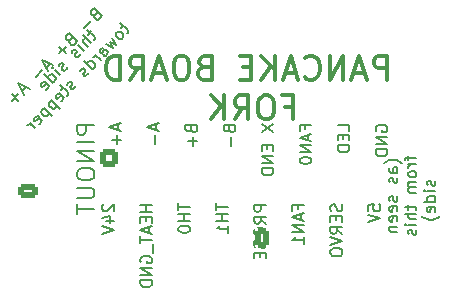
<source format=gbr>
%TF.GenerationSoftware,KiCad,Pcbnew,(6.0.1)*%
%TF.CreationDate,2022-03-14T16:44:18+09:00*%
%TF.ProjectId,v0_miniAB_pancake_board,76305f6d-696e-4694-9142-5f70616e6361,rev?*%
%TF.SameCoordinates,Original*%
%TF.FileFunction,Legend,Bot*%
%TF.FilePolarity,Positive*%
%FSLAX46Y46*%
G04 Gerber Fmt 4.6, Leading zero omitted, Abs format (unit mm)*
G04 Created by KiCad (PCBNEW (6.0.1)) date 2022-03-14 16:44:18*
%MOMM*%
%LPD*%
G01*
G04 APERTURE LIST*
G04 Aperture macros list*
%AMRoundRect*
0 Rectangle with rounded corners*
0 $1 Rounding radius*
0 $2 $3 $4 $5 $6 $7 $8 $9 X,Y pos of 4 corners*
0 Add a 4 corners polygon primitive as box body*
4,1,4,$2,$3,$4,$5,$6,$7,$8,$9,$2,$3,0*
0 Add four circle primitives for the rounded corners*
1,1,$1+$1,$2,$3*
1,1,$1+$1,$4,$5*
1,1,$1+$1,$6,$7*
1,1,$1+$1,$8,$9*
0 Add four rect primitives between the rounded corners*
20,1,$1+$1,$2,$3,$4,$5,0*
20,1,$1+$1,$4,$5,$6,$7,0*
20,1,$1+$1,$6,$7,$8,$9,0*
20,1,$1+$1,$8,$9,$2,$3,0*%
%AMHorizOval*
0 Thick line with rounded ends*
0 $1 width*
0 $2 $3 position (X,Y) of the first rounded end (center of the circle)*
0 $4 $5 position (X,Y) of the second rounded end (center of the circle)*
0 Add line between two ends*
20,1,$1,$2,$3,$4,$5,0*
0 Add two circle primitives to create the rounded ends*
1,1,$1,$2,$3*
1,1,$1,$4,$5*%
G04 Aperture macros list end*
%ADD10C,0.300000*%
%ADD11C,0.150000*%
%ADD12C,0.013229*%
%ADD13RoundRect,0.249999X-0.194454X0.689431X-0.689431X0.194454X0.194454X-0.689431X0.689431X-0.194454X0*%
%ADD14HorizOval,1.200000X-0.194454X0.194454X0.194454X-0.194454X0*%
%ADD15C,3.000000*%
%ADD16RoundRect,0.250001X0.835277X-0.360430X0.661629X0.624375X-0.835277X0.360430X-0.661629X-0.624375X0*%
%ADD17HorizOval,1.500000X0.256050X0.045149X-0.256050X-0.045149X0*%
%ADD18RoundRect,0.249999X-0.676283X0.236153X-0.554729X-0.453214X0.676283X-0.236153X0.554729X0.453214X0*%
%ADD19HorizOval,1.200000X-0.270822X-0.047753X0.270822X0.047753X0*%
%ADD20RoundRect,0.249999X-0.554729X0.453214X-0.676283X-0.236153X0.554729X-0.453214X0.676283X0.236153X0*%
%ADD21HorizOval,1.200000X-0.270822X0.047753X0.270822X-0.047753X0*%
%ADD22RoundRect,0.249999X0.676283X-0.236153X0.554729X0.453214X-0.676283X0.236153X-0.554729X-0.453214X0*%
%ADD23HorizOval,1.200000X0.270822X0.047753X-0.270822X-0.047753X0*%
%ADD24R,1.350000X1.350000*%
%ADD25O,1.350000X1.350000*%
%ADD26RoundRect,0.250000X0.071782X-0.712722X0.645188X-0.311218X-0.071782X0.712722X-0.645188X0.311218X0*%
%ADD27HorizOval,1.200000X-0.157734X0.225267X0.157734X-0.225267X0*%
%ADD28R,1.700000X1.700000*%
%ADD29O,1.700000X1.700000*%
%ADD30C,5.000000*%
%ADD31RoundRect,0.250000X0.350000X0.625000X-0.350000X0.625000X-0.350000X-0.625000X0.350000X-0.625000X0*%
%ADD32O,1.200000X1.750000*%
%ADD33RoundRect,0.250000X0.625000X-0.350000X0.625000X0.350000X-0.625000X0.350000X-0.625000X-0.350000X0*%
%ADD34O,1.750000X1.200000*%
%ADD35RoundRect,0.250001X-0.499999X-0.499999X0.499999X-0.499999X0.499999X0.499999X-0.499999X0.499999X0*%
%ADD36C,1.500000*%
G04 APERTURE END LIST*
D10*
X105371352Y-92593715D02*
X106038019Y-92593715D01*
X106038019Y-93641334D02*
X106038019Y-91641334D01*
X105085638Y-91641334D01*
X103942781Y-91641334D02*
X103561828Y-91641334D01*
X103371352Y-91736573D01*
X103180876Y-91927049D01*
X103085638Y-92308001D01*
X103085638Y-92974668D01*
X103180876Y-93355620D01*
X103371352Y-93546096D01*
X103561828Y-93641334D01*
X103942781Y-93641334D01*
X104133257Y-93546096D01*
X104323733Y-93355620D01*
X104418971Y-92974668D01*
X104418971Y-92308001D01*
X104323733Y-91927049D01*
X104133257Y-91736573D01*
X103942781Y-91641334D01*
X101085638Y-93641334D02*
X101752305Y-92688953D01*
X102228495Y-93641334D02*
X102228495Y-91641334D01*
X101466590Y-91641334D01*
X101276114Y-91736573D01*
X101180876Y-91831811D01*
X101085638Y-92022287D01*
X101085638Y-92308001D01*
X101180876Y-92498477D01*
X101276114Y-92593715D01*
X101466590Y-92688953D01*
X102228495Y-92688953D01*
X100228495Y-93641334D02*
X100228495Y-91641334D01*
X99085638Y-93641334D02*
X99942781Y-92498477D01*
X99085638Y-91641334D02*
X100228495Y-92784192D01*
X114015942Y-90312761D02*
X114015942Y-88312761D01*
X113254038Y-88312761D01*
X113063561Y-88408000D01*
X112968323Y-88503238D01*
X112873085Y-88693714D01*
X112873085Y-88979428D01*
X112968323Y-89169904D01*
X113063561Y-89265142D01*
X113254038Y-89360380D01*
X114015942Y-89360380D01*
X112111180Y-89741333D02*
X111158800Y-89741333D01*
X112301657Y-90312761D02*
X111634990Y-88312761D01*
X110968323Y-90312761D01*
X110301657Y-90312761D02*
X110301657Y-88312761D01*
X109158800Y-90312761D01*
X109158800Y-88312761D01*
X107063561Y-90122285D02*
X107158800Y-90217523D01*
X107444514Y-90312761D01*
X107634990Y-90312761D01*
X107920704Y-90217523D01*
X108111180Y-90027047D01*
X108206419Y-89836571D01*
X108301657Y-89455619D01*
X108301657Y-89169904D01*
X108206419Y-88788952D01*
X108111180Y-88598476D01*
X107920704Y-88408000D01*
X107634990Y-88312761D01*
X107444514Y-88312761D01*
X107158800Y-88408000D01*
X107063561Y-88503238D01*
X106301657Y-89741333D02*
X105349276Y-89741333D01*
X106492133Y-90312761D02*
X105825466Y-88312761D01*
X105158800Y-90312761D01*
X104492133Y-90312761D02*
X104492133Y-88312761D01*
X103349276Y-90312761D02*
X104206419Y-89169904D01*
X103349276Y-88312761D02*
X104492133Y-89455619D01*
X102492133Y-89265142D02*
X101825466Y-89265142D01*
X101539752Y-90312761D02*
X102492133Y-90312761D01*
X102492133Y-88312761D01*
X101539752Y-88312761D01*
X98492133Y-89265142D02*
X98206419Y-89360380D01*
X98111180Y-89455619D01*
X98015942Y-89646095D01*
X98015942Y-89931809D01*
X98111180Y-90122285D01*
X98206419Y-90217523D01*
X98396895Y-90312761D01*
X99158800Y-90312761D01*
X99158800Y-88312761D01*
X98492133Y-88312761D01*
X98301657Y-88408000D01*
X98206419Y-88503238D01*
X98111180Y-88693714D01*
X98111180Y-88884190D01*
X98206419Y-89074666D01*
X98301657Y-89169904D01*
X98492133Y-89265142D01*
X99158800Y-89265142D01*
X96777847Y-88312761D02*
X96396895Y-88312761D01*
X96206419Y-88408000D01*
X96015942Y-88598476D01*
X95920704Y-88979428D01*
X95920704Y-89646095D01*
X96015942Y-90027047D01*
X96206419Y-90217523D01*
X96396895Y-90312761D01*
X96777847Y-90312761D01*
X96968323Y-90217523D01*
X97158800Y-90027047D01*
X97254038Y-89646095D01*
X97254038Y-88979428D01*
X97158800Y-88598476D01*
X96968323Y-88408000D01*
X96777847Y-88312761D01*
X95158800Y-89741333D02*
X94206419Y-89741333D01*
X95349276Y-90312761D02*
X94682609Y-88312761D01*
X94015942Y-90312761D01*
X92206419Y-90312761D02*
X92873085Y-89360380D01*
X93349276Y-90312761D02*
X93349276Y-88312761D01*
X92587371Y-88312761D01*
X92396895Y-88408000D01*
X92301657Y-88503238D01*
X92206419Y-88693714D01*
X92206419Y-88979428D01*
X92301657Y-89169904D01*
X92396895Y-89265142D01*
X92587371Y-89360380D01*
X93349276Y-89360380D01*
X91349276Y-90312761D02*
X91349276Y-88312761D01*
X90873085Y-88312761D01*
X90587371Y-88408000D01*
X90396895Y-88598476D01*
X90301657Y-88788952D01*
X90206419Y-89169904D01*
X90206419Y-89455619D01*
X90301657Y-89836571D01*
X90396895Y-90027047D01*
X90587371Y-90217523D01*
X90873085Y-90312761D01*
X91349276Y-90312761D01*
D11*
X91207866Y-94115576D02*
X91207866Y-94591766D01*
X91493580Y-94020338D02*
X90493580Y-94353671D01*
X91493580Y-94687004D01*
X91112628Y-95020338D02*
X91112628Y-95782242D01*
X91493580Y-95401290D02*
X90731676Y-95401290D01*
X94427866Y-94115576D02*
X94427866Y-94591766D01*
X94713580Y-94020338D02*
X93713580Y-94353671D01*
X94713580Y-94687004D01*
X94332628Y-95020338D02*
X94332628Y-95782242D01*
X97409771Y-94496528D02*
X97457390Y-94639385D01*
X97505009Y-94687004D01*
X97600247Y-94734623D01*
X97743104Y-94734623D01*
X97838342Y-94687004D01*
X97885961Y-94639385D01*
X97933580Y-94544147D01*
X97933580Y-94163195D01*
X96933580Y-94163195D01*
X96933580Y-94496528D01*
X96981200Y-94591766D01*
X97028819Y-94639385D01*
X97124057Y-94687004D01*
X97219295Y-94687004D01*
X97314533Y-94639385D01*
X97362152Y-94591766D01*
X97409771Y-94496528D01*
X97409771Y-94163195D01*
X97552628Y-95163195D02*
X97552628Y-95925100D01*
X97933580Y-95544147D02*
X97171676Y-95544147D01*
X100629771Y-94496528D02*
X100677390Y-94639385D01*
X100725009Y-94687004D01*
X100820247Y-94734623D01*
X100963104Y-94734623D01*
X101058342Y-94687004D01*
X101105961Y-94639385D01*
X101153580Y-94544147D01*
X101153580Y-94163195D01*
X100153580Y-94163195D01*
X100153580Y-94496528D01*
X100201200Y-94591766D01*
X100248819Y-94639385D01*
X100344057Y-94687004D01*
X100439295Y-94687004D01*
X100534533Y-94639385D01*
X100582152Y-94591766D01*
X100629771Y-94496528D01*
X100629771Y-94163195D01*
X100772628Y-95163195D02*
X100772628Y-95925100D01*
X103373580Y-94067957D02*
X104373580Y-94734623D01*
X103373580Y-94734623D02*
X104373580Y-94067957D01*
X103849771Y-95877480D02*
X103849771Y-96210814D01*
X104373580Y-96353671D02*
X104373580Y-95877480D01*
X103373580Y-95877480D01*
X103373580Y-96353671D01*
X104373580Y-96782242D02*
X103373580Y-96782242D01*
X104373580Y-97353671D01*
X103373580Y-97353671D01*
X104373580Y-97829861D02*
X103373580Y-97829861D01*
X103373580Y-98067957D01*
X103421200Y-98210814D01*
X103516438Y-98306052D01*
X103611676Y-98353671D01*
X103802152Y-98401290D01*
X103945009Y-98401290D01*
X104135485Y-98353671D01*
X104230723Y-98306052D01*
X104325961Y-98210814D01*
X104373580Y-98067957D01*
X104373580Y-97829861D01*
X107069771Y-94496528D02*
X107069771Y-94163195D01*
X107593580Y-94163195D02*
X106593580Y-94163195D01*
X106593580Y-94639385D01*
X107307866Y-94972719D02*
X107307866Y-95448909D01*
X107593580Y-94877480D02*
X106593580Y-95210814D01*
X107593580Y-95544147D01*
X107593580Y-95877480D02*
X106593580Y-95877480D01*
X107593580Y-96448909D01*
X106593580Y-96448909D01*
X106593580Y-97115576D02*
X106593580Y-97210814D01*
X106641200Y-97306052D01*
X106688819Y-97353671D01*
X106784057Y-97401290D01*
X106974533Y-97448909D01*
X107212628Y-97448909D01*
X107403104Y-97401290D01*
X107498342Y-97353671D01*
X107545961Y-97306052D01*
X107593580Y-97210814D01*
X107593580Y-97115576D01*
X107545961Y-97020338D01*
X107498342Y-96972719D01*
X107403104Y-96925100D01*
X107212628Y-96877480D01*
X106974533Y-96877480D01*
X106784057Y-96925100D01*
X106688819Y-96972719D01*
X106641200Y-97020338D01*
X106593580Y-97115576D01*
X110813580Y-94639385D02*
X110813580Y-94163195D01*
X109813580Y-94163195D01*
X110289771Y-94972719D02*
X110289771Y-95306052D01*
X110813580Y-95448909D02*
X110813580Y-94972719D01*
X109813580Y-94972719D01*
X109813580Y-95448909D01*
X110813580Y-95877480D02*
X109813580Y-95877480D01*
X109813580Y-96115576D01*
X109861200Y-96258433D01*
X109956438Y-96353671D01*
X110051676Y-96401290D01*
X110242152Y-96448909D01*
X110385009Y-96448909D01*
X110575485Y-96401290D01*
X110670723Y-96353671D01*
X110765961Y-96258433D01*
X110813580Y-96115576D01*
X110813580Y-95877480D01*
X113081200Y-94687004D02*
X113033580Y-94591766D01*
X113033580Y-94448909D01*
X113081200Y-94306052D01*
X113176438Y-94210814D01*
X113271676Y-94163195D01*
X113462152Y-94115576D01*
X113605009Y-94115576D01*
X113795485Y-94163195D01*
X113890723Y-94210814D01*
X113985961Y-94306052D01*
X114033580Y-94448909D01*
X114033580Y-94544147D01*
X113985961Y-94687004D01*
X113938342Y-94734623D01*
X113605009Y-94734623D01*
X113605009Y-94544147D01*
X114033580Y-95163195D02*
X113033580Y-95163195D01*
X114033580Y-95734623D01*
X113033580Y-95734623D01*
X114033580Y-96210814D02*
X113033580Y-96210814D01*
X113033580Y-96448909D01*
X113081200Y-96591766D01*
X113176438Y-96687004D01*
X113271676Y-96734623D01*
X113462152Y-96782242D01*
X113605009Y-96782242D01*
X113795485Y-96734623D01*
X113890723Y-96687004D01*
X113985961Y-96591766D01*
X114033580Y-96448909D01*
X114033580Y-96210814D01*
X89979219Y-100871976D02*
X89931600Y-100919595D01*
X89883980Y-101014833D01*
X89883980Y-101252928D01*
X89931600Y-101348166D01*
X89979219Y-101395785D01*
X90074457Y-101443404D01*
X90169695Y-101443404D01*
X90312552Y-101395785D01*
X90883980Y-100824357D01*
X90883980Y-101443404D01*
X90217314Y-102300547D02*
X90883980Y-102300547D01*
X89836361Y-102062452D02*
X90550647Y-101824357D01*
X90550647Y-102443404D01*
X89883980Y-102681500D02*
X90883980Y-103014833D01*
X89883980Y-103348166D01*
X94103980Y-100919595D02*
X93103980Y-100919595D01*
X93580171Y-100919595D02*
X93580171Y-101491023D01*
X94103980Y-101491023D02*
X93103980Y-101491023D01*
X93580171Y-101967214D02*
X93580171Y-102300547D01*
X94103980Y-102443404D02*
X94103980Y-101967214D01*
X93103980Y-101967214D01*
X93103980Y-102443404D01*
X93818266Y-102824357D02*
X93818266Y-103300547D01*
X94103980Y-102729119D02*
X93103980Y-103062452D01*
X94103980Y-103395785D01*
X93103980Y-103586261D02*
X93103980Y-104157690D01*
X94103980Y-103871976D02*
X93103980Y-103871976D01*
X94199219Y-104252928D02*
X94199219Y-105014833D01*
X93151600Y-105776738D02*
X93103980Y-105681500D01*
X93103980Y-105538642D01*
X93151600Y-105395785D01*
X93246838Y-105300547D01*
X93342076Y-105252928D01*
X93532552Y-105205309D01*
X93675409Y-105205309D01*
X93865885Y-105252928D01*
X93961123Y-105300547D01*
X94056361Y-105395785D01*
X94103980Y-105538642D01*
X94103980Y-105633880D01*
X94056361Y-105776738D01*
X94008742Y-105824357D01*
X93675409Y-105824357D01*
X93675409Y-105633880D01*
X94103980Y-106252928D02*
X93103980Y-106252928D01*
X94103980Y-106824357D01*
X93103980Y-106824357D01*
X94103980Y-107300547D02*
X93103980Y-107300547D01*
X93103980Y-107538642D01*
X93151600Y-107681500D01*
X93246838Y-107776738D01*
X93342076Y-107824357D01*
X93532552Y-107871976D01*
X93675409Y-107871976D01*
X93865885Y-107824357D01*
X93961123Y-107776738D01*
X94056361Y-107681500D01*
X94103980Y-107538642D01*
X94103980Y-107300547D01*
X96323980Y-100776738D02*
X96323980Y-101348166D01*
X97323980Y-101062452D02*
X96323980Y-101062452D01*
X97323980Y-101681500D02*
X96323980Y-101681500D01*
X96800171Y-101681500D02*
X96800171Y-102252928D01*
X97323980Y-102252928D02*
X96323980Y-102252928D01*
X96323980Y-102919595D02*
X96323980Y-103014833D01*
X96371600Y-103110071D01*
X96419219Y-103157690D01*
X96514457Y-103205309D01*
X96704933Y-103252928D01*
X96943028Y-103252928D01*
X97133504Y-103205309D01*
X97228742Y-103157690D01*
X97276361Y-103110071D01*
X97323980Y-103014833D01*
X97323980Y-102919595D01*
X97276361Y-102824357D01*
X97228742Y-102776738D01*
X97133504Y-102729119D01*
X96943028Y-102681500D01*
X96704933Y-102681500D01*
X96514457Y-102729119D01*
X96419219Y-102776738D01*
X96371600Y-102824357D01*
X96323980Y-102919595D01*
X99543980Y-100776738D02*
X99543980Y-101348166D01*
X100543980Y-101062452D02*
X99543980Y-101062452D01*
X100543980Y-101681500D02*
X99543980Y-101681500D01*
X100020171Y-101681500D02*
X100020171Y-102252928D01*
X100543980Y-102252928D02*
X99543980Y-102252928D01*
X100543980Y-103252928D02*
X100543980Y-102681500D01*
X100543980Y-102967214D02*
X99543980Y-102967214D01*
X99686838Y-102871976D01*
X99782076Y-102776738D01*
X99829695Y-102681500D01*
X103763980Y-100919595D02*
X102763980Y-100919595D01*
X102763980Y-101300547D01*
X102811600Y-101395785D01*
X102859219Y-101443404D01*
X102954457Y-101491023D01*
X103097314Y-101491023D01*
X103192552Y-101443404D01*
X103240171Y-101395785D01*
X103287790Y-101300547D01*
X103287790Y-100919595D01*
X103763980Y-102491023D02*
X103287790Y-102157690D01*
X103763980Y-101919595D02*
X102763980Y-101919595D01*
X102763980Y-102300547D01*
X102811600Y-102395785D01*
X102859219Y-102443404D01*
X102954457Y-102491023D01*
X103097314Y-102491023D01*
X103192552Y-102443404D01*
X103240171Y-102395785D01*
X103287790Y-102300547D01*
X103287790Y-101919595D01*
X102763980Y-103110071D02*
X102763980Y-103300547D01*
X102811600Y-103395785D01*
X102906838Y-103491023D01*
X103097314Y-103538642D01*
X103430647Y-103538642D01*
X103621123Y-103491023D01*
X103716361Y-103395785D01*
X103763980Y-103300547D01*
X103763980Y-103110071D01*
X103716361Y-103014833D01*
X103621123Y-102919595D01*
X103430647Y-102871976D01*
X103097314Y-102871976D01*
X102906838Y-102919595D01*
X102811600Y-103014833D01*
X102763980Y-103110071D01*
X103240171Y-104300547D02*
X103287790Y-104443404D01*
X103335409Y-104491023D01*
X103430647Y-104538642D01*
X103573504Y-104538642D01*
X103668742Y-104491023D01*
X103716361Y-104443404D01*
X103763980Y-104348166D01*
X103763980Y-103967214D01*
X102763980Y-103967214D01*
X102763980Y-104300547D01*
X102811600Y-104395785D01*
X102859219Y-104443404D01*
X102954457Y-104491023D01*
X103049695Y-104491023D01*
X103144933Y-104443404D01*
X103192552Y-104395785D01*
X103240171Y-104300547D01*
X103240171Y-103967214D01*
X103240171Y-104967214D02*
X103240171Y-105300547D01*
X103763980Y-105443404D02*
X103763980Y-104967214D01*
X102763980Y-104967214D01*
X102763980Y-105443404D01*
X106460171Y-101252928D02*
X106460171Y-100919595D01*
X106983980Y-100919595D02*
X105983980Y-100919595D01*
X105983980Y-101395785D01*
X106698266Y-101729119D02*
X106698266Y-102205309D01*
X106983980Y-101633880D02*
X105983980Y-101967214D01*
X106983980Y-102300547D01*
X106983980Y-102633880D02*
X105983980Y-102633880D01*
X106983980Y-103205309D01*
X105983980Y-103205309D01*
X106983980Y-104205309D02*
X106983980Y-103633880D01*
X106983980Y-103919595D02*
X105983980Y-103919595D01*
X106126838Y-103824357D01*
X106222076Y-103729119D01*
X106269695Y-103633880D01*
X110156361Y-100871976D02*
X110203980Y-101014833D01*
X110203980Y-101252928D01*
X110156361Y-101348166D01*
X110108742Y-101395785D01*
X110013504Y-101443404D01*
X109918266Y-101443404D01*
X109823028Y-101395785D01*
X109775409Y-101348166D01*
X109727790Y-101252928D01*
X109680171Y-101062452D01*
X109632552Y-100967214D01*
X109584933Y-100919595D01*
X109489695Y-100871976D01*
X109394457Y-100871976D01*
X109299219Y-100919595D01*
X109251600Y-100967214D01*
X109203980Y-101062452D01*
X109203980Y-101300547D01*
X109251600Y-101443404D01*
X109680171Y-101871976D02*
X109680171Y-102205309D01*
X110203980Y-102348166D02*
X110203980Y-101871976D01*
X109203980Y-101871976D01*
X109203980Y-102348166D01*
X110203980Y-103348166D02*
X109727790Y-103014833D01*
X110203980Y-102776738D02*
X109203980Y-102776738D01*
X109203980Y-103157690D01*
X109251600Y-103252928D01*
X109299219Y-103300547D01*
X109394457Y-103348166D01*
X109537314Y-103348166D01*
X109632552Y-103300547D01*
X109680171Y-103252928D01*
X109727790Y-103157690D01*
X109727790Y-102776738D01*
X109203980Y-103633880D02*
X110203980Y-103967214D01*
X109203980Y-104300547D01*
X109203980Y-104824357D02*
X109203980Y-105014833D01*
X109251600Y-105110071D01*
X109346838Y-105205309D01*
X109537314Y-105252928D01*
X109870647Y-105252928D01*
X110061123Y-105205309D01*
X110156361Y-105110071D01*
X110203980Y-105014833D01*
X110203980Y-104824357D01*
X110156361Y-104729119D01*
X110061123Y-104633880D01*
X109870647Y-104586261D01*
X109537314Y-104586261D01*
X109346838Y-104633880D01*
X109251600Y-104729119D01*
X109203980Y-104824357D01*
X112423980Y-101395785D02*
X112423980Y-100919595D01*
X112900171Y-100871976D01*
X112852552Y-100919595D01*
X112804933Y-101014833D01*
X112804933Y-101252928D01*
X112852552Y-101348166D01*
X112900171Y-101395785D01*
X112995409Y-101443404D01*
X113233504Y-101443404D01*
X113328742Y-101395785D01*
X113376361Y-101348166D01*
X113423980Y-101252928D01*
X113423980Y-101014833D01*
X113376361Y-100919595D01*
X113328742Y-100871976D01*
X112423980Y-101729119D02*
X113423980Y-102062452D01*
X112423980Y-102395785D01*
X89285682Y-84809301D02*
X89218339Y-84943988D01*
X89218339Y-85011332D01*
X89252011Y-85112347D01*
X89353026Y-85213362D01*
X89454041Y-85247034D01*
X89521385Y-85247034D01*
X89622400Y-85213362D01*
X89891774Y-84943988D01*
X89184667Y-84236882D01*
X88948965Y-84472584D01*
X88915293Y-84573599D01*
X88915293Y-84640943D01*
X88948965Y-84741958D01*
X89016308Y-84809301D01*
X89117324Y-84842973D01*
X89184667Y-84842973D01*
X89285682Y-84809301D01*
X89521385Y-84573599D01*
X88915293Y-85381721D02*
X88376545Y-85920469D01*
X87164362Y-86930622D02*
X87097018Y-87065309D01*
X87097018Y-87132652D01*
X87130690Y-87233668D01*
X87231705Y-87334683D01*
X87332721Y-87368355D01*
X87400064Y-87368355D01*
X87501079Y-87334683D01*
X87770453Y-87065309D01*
X87063347Y-86358202D01*
X86827644Y-86593904D01*
X86793973Y-86694920D01*
X86793973Y-86762263D01*
X86827644Y-86863278D01*
X86894988Y-86930622D01*
X86996003Y-86964294D01*
X87063347Y-86964294D01*
X87164362Y-86930622D01*
X87400064Y-86694920D01*
X86793973Y-87503042D02*
X86255225Y-88041790D01*
X86793973Y-88041790D02*
X86255225Y-87503042D01*
X85480774Y-88950927D02*
X85144057Y-89287644D01*
X85750148Y-89085614D02*
X84807339Y-88614209D01*
X85278744Y-89557018D01*
X84773668Y-89523347D02*
X84234920Y-90062095D01*
X83460469Y-90971232D02*
X83123752Y-91307950D01*
X83729843Y-91105919D02*
X82787034Y-90634514D01*
X83258439Y-91577324D01*
X82753362Y-91543652D02*
X82214614Y-92082400D01*
X82753362Y-92082400D02*
X82214614Y-91543652D01*
X115250533Y-97390342D02*
X115202914Y-97342723D01*
X115060057Y-97247485D01*
X114964819Y-97199866D01*
X114821961Y-97152247D01*
X114583866Y-97104628D01*
X114393390Y-97104628D01*
X114155295Y-97152247D01*
X114012438Y-97199866D01*
X113917200Y-97247485D01*
X113774342Y-97342723D01*
X113726723Y-97390342D01*
X114869580Y-98199866D02*
X114345771Y-98199866D01*
X114250533Y-98152247D01*
X114202914Y-98057009D01*
X114202914Y-97866533D01*
X114250533Y-97771295D01*
X114821961Y-98199866D02*
X114869580Y-98104628D01*
X114869580Y-97866533D01*
X114821961Y-97771295D01*
X114726723Y-97723676D01*
X114631485Y-97723676D01*
X114536247Y-97771295D01*
X114488628Y-97866533D01*
X114488628Y-98104628D01*
X114441009Y-98199866D01*
X114821961Y-98628438D02*
X114869580Y-98723676D01*
X114869580Y-98914152D01*
X114821961Y-99009390D01*
X114726723Y-99057009D01*
X114679104Y-99057009D01*
X114583866Y-99009390D01*
X114536247Y-98914152D01*
X114536247Y-98771295D01*
X114488628Y-98676057D01*
X114393390Y-98628438D01*
X114345771Y-98628438D01*
X114250533Y-98676057D01*
X114202914Y-98771295D01*
X114202914Y-98914152D01*
X114250533Y-99009390D01*
X114821961Y-100199866D02*
X114869580Y-100295104D01*
X114869580Y-100485580D01*
X114821961Y-100580819D01*
X114726723Y-100628438D01*
X114679104Y-100628438D01*
X114583866Y-100580819D01*
X114536247Y-100485580D01*
X114536247Y-100342723D01*
X114488628Y-100247485D01*
X114393390Y-100199866D01*
X114345771Y-100199866D01*
X114250533Y-100247485D01*
X114202914Y-100342723D01*
X114202914Y-100485580D01*
X114250533Y-100580819D01*
X114821961Y-101437961D02*
X114869580Y-101342723D01*
X114869580Y-101152247D01*
X114821961Y-101057009D01*
X114726723Y-101009390D01*
X114345771Y-101009390D01*
X114250533Y-101057009D01*
X114202914Y-101152247D01*
X114202914Y-101342723D01*
X114250533Y-101437961D01*
X114345771Y-101485580D01*
X114441009Y-101485580D01*
X114536247Y-101009390D01*
X114821961Y-102295104D02*
X114869580Y-102199866D01*
X114869580Y-102009390D01*
X114821961Y-101914152D01*
X114726723Y-101866533D01*
X114345771Y-101866533D01*
X114250533Y-101914152D01*
X114202914Y-102009390D01*
X114202914Y-102199866D01*
X114250533Y-102295104D01*
X114345771Y-102342723D01*
X114441009Y-102342723D01*
X114536247Y-101866533D01*
X114202914Y-102771295D02*
X114869580Y-102771295D01*
X114298152Y-102771295D02*
X114250533Y-102818914D01*
X114202914Y-102914152D01*
X114202914Y-103057009D01*
X114250533Y-103152247D01*
X114345771Y-103199866D01*
X114869580Y-103199866D01*
X115812914Y-96771295D02*
X115812914Y-97152247D01*
X116479580Y-96914152D02*
X115622438Y-96914152D01*
X115527200Y-96961771D01*
X115479580Y-97057009D01*
X115479580Y-97152247D01*
X116479580Y-97485580D02*
X115812914Y-97485580D01*
X116003390Y-97485580D02*
X115908152Y-97533200D01*
X115860533Y-97580819D01*
X115812914Y-97676057D01*
X115812914Y-97771295D01*
X116479580Y-98247485D02*
X116431961Y-98152247D01*
X116384342Y-98104628D01*
X116289104Y-98057009D01*
X116003390Y-98057009D01*
X115908152Y-98104628D01*
X115860533Y-98152247D01*
X115812914Y-98247485D01*
X115812914Y-98390342D01*
X115860533Y-98485580D01*
X115908152Y-98533200D01*
X116003390Y-98580819D01*
X116289104Y-98580819D01*
X116384342Y-98533200D01*
X116431961Y-98485580D01*
X116479580Y-98390342D01*
X116479580Y-98247485D01*
X116479580Y-99009390D02*
X115812914Y-99009390D01*
X115908152Y-99009390D02*
X115860533Y-99057009D01*
X115812914Y-99152247D01*
X115812914Y-99295104D01*
X115860533Y-99390342D01*
X115955771Y-99437961D01*
X116479580Y-99437961D01*
X115955771Y-99437961D02*
X115860533Y-99485580D01*
X115812914Y-99580819D01*
X115812914Y-99723676D01*
X115860533Y-99818914D01*
X115955771Y-99866533D01*
X116479580Y-99866533D01*
X115812914Y-100961771D02*
X115812914Y-101342723D01*
X115479580Y-101104628D02*
X116336723Y-101104628D01*
X116431961Y-101152247D01*
X116479580Y-101247485D01*
X116479580Y-101342723D01*
X116479580Y-101676057D02*
X115479580Y-101676057D01*
X116479580Y-102104628D02*
X115955771Y-102104628D01*
X115860533Y-102057009D01*
X115812914Y-101961771D01*
X115812914Y-101818914D01*
X115860533Y-101723676D01*
X115908152Y-101676057D01*
X116479580Y-102580819D02*
X115812914Y-102580819D01*
X115479580Y-102580819D02*
X115527200Y-102533200D01*
X115574819Y-102580819D01*
X115527200Y-102628438D01*
X115479580Y-102580819D01*
X115574819Y-102580819D01*
X116431961Y-103009390D02*
X116479580Y-103104628D01*
X116479580Y-103295104D01*
X116431961Y-103390342D01*
X116336723Y-103437961D01*
X116289104Y-103437961D01*
X116193866Y-103390342D01*
X116146247Y-103295104D01*
X116146247Y-103152247D01*
X116098628Y-103057009D01*
X116003390Y-103009390D01*
X115955771Y-103009390D01*
X115860533Y-103057009D01*
X115812914Y-103152247D01*
X115812914Y-103295104D01*
X115860533Y-103390342D01*
X118041961Y-98866533D02*
X118089580Y-98961771D01*
X118089580Y-99152247D01*
X118041961Y-99247485D01*
X117946723Y-99295104D01*
X117899104Y-99295104D01*
X117803866Y-99247485D01*
X117756247Y-99152247D01*
X117756247Y-99009390D01*
X117708628Y-98914152D01*
X117613390Y-98866533D01*
X117565771Y-98866533D01*
X117470533Y-98914152D01*
X117422914Y-99009390D01*
X117422914Y-99152247D01*
X117470533Y-99247485D01*
X118089580Y-99723676D02*
X117422914Y-99723676D01*
X117089580Y-99723676D02*
X117137200Y-99676057D01*
X117184819Y-99723676D01*
X117137200Y-99771295D01*
X117089580Y-99723676D01*
X117184819Y-99723676D01*
X118089580Y-100628438D02*
X117089580Y-100628438D01*
X118041961Y-100628438D02*
X118089580Y-100533200D01*
X118089580Y-100342723D01*
X118041961Y-100247485D01*
X117994342Y-100199866D01*
X117899104Y-100152247D01*
X117613390Y-100152247D01*
X117518152Y-100199866D01*
X117470533Y-100247485D01*
X117422914Y-100342723D01*
X117422914Y-100533200D01*
X117470533Y-100628438D01*
X118041961Y-101485580D02*
X118089580Y-101390342D01*
X118089580Y-101199866D01*
X118041961Y-101104628D01*
X117946723Y-101057009D01*
X117565771Y-101057009D01*
X117470533Y-101104628D01*
X117422914Y-101199866D01*
X117422914Y-101390342D01*
X117470533Y-101485580D01*
X117565771Y-101533200D01*
X117661009Y-101533200D01*
X117756247Y-101057009D01*
X118470533Y-101866533D02*
X118422914Y-101914152D01*
X118280057Y-102009390D01*
X118184819Y-102057009D01*
X118041961Y-102104628D01*
X117803866Y-102152247D01*
X117613390Y-102152247D01*
X117375295Y-102104628D01*
X117232438Y-102057009D01*
X117137200Y-102009390D01*
X116994342Y-101914152D01*
X116946723Y-101866533D01*
X89222971Y-94111428D02*
X87722971Y-94111428D01*
X87722971Y-94682857D01*
X87794400Y-94825714D01*
X87865828Y-94897142D01*
X88008685Y-94968571D01*
X88222971Y-94968571D01*
X88365828Y-94897142D01*
X88437257Y-94825714D01*
X88508685Y-94682857D01*
X88508685Y-94111428D01*
X89222971Y-95611428D02*
X87722971Y-95611428D01*
X89222971Y-96325714D02*
X87722971Y-96325714D01*
X89222971Y-97182857D01*
X87722971Y-97182857D01*
X87722971Y-98182857D02*
X87722971Y-98468571D01*
X87794400Y-98611428D01*
X87937257Y-98754285D01*
X88222971Y-98825714D01*
X88722971Y-98825714D01*
X89008685Y-98754285D01*
X89151542Y-98611428D01*
X89222971Y-98468571D01*
X89222971Y-98182857D01*
X89151542Y-98040000D01*
X89008685Y-97897142D01*
X88722971Y-97825714D01*
X88222971Y-97825714D01*
X87937257Y-97897142D01*
X87794400Y-98040000D01*
X87722971Y-98182857D01*
X87722971Y-99468571D02*
X88937257Y-99468571D01*
X89080114Y-99540000D01*
X89151542Y-99611428D01*
X89222971Y-99754285D01*
X89222971Y-100040000D01*
X89151542Y-100182857D01*
X89080114Y-100254285D01*
X88937257Y-100325714D01*
X87722971Y-100325714D01*
X87722971Y-100825714D02*
X87722971Y-101682857D01*
X89222971Y-101254285D02*
X87722971Y-101254285D01*
X88971309Y-86232473D02*
X88706677Y-86506508D01*
X88632292Y-86103683D02*
X89248869Y-86699105D01*
X89284299Y-86799517D01*
X89252395Y-86901105D01*
X89186237Y-86969613D01*
X88954684Y-87209393D02*
X88235345Y-86514735D01*
X88656974Y-87517682D02*
X88280177Y-87153813D01*
X88244747Y-87053401D01*
X88276651Y-86951813D01*
X88375888Y-86849050D01*
X88476300Y-86813621D01*
X88543633Y-86812446D01*
X88326184Y-87860224D02*
X87846624Y-87397119D01*
X87606844Y-87165566D02*
X87674177Y-87164391D01*
X87675353Y-87231724D01*
X87608019Y-87232899D01*
X87606844Y-87165566D01*
X87675353Y-87231724D01*
X87994219Y-88135434D02*
X87962315Y-88237021D01*
X87829999Y-88374039D01*
X87729587Y-88409468D01*
X87628000Y-88377564D01*
X87593745Y-88344485D01*
X87558316Y-88244073D01*
X87590219Y-88142486D01*
X87689456Y-88039723D01*
X87721360Y-87938135D01*
X87685930Y-87837723D01*
X87651676Y-87804644D01*
X87550089Y-87772741D01*
X87449676Y-87808170D01*
X87350439Y-87910933D01*
X87318536Y-88012520D01*
X86902613Y-89265825D02*
X86870709Y-89367413D01*
X86738393Y-89504430D01*
X86637981Y-89539859D01*
X86536394Y-89507956D01*
X86502139Y-89474877D01*
X86466710Y-89374464D01*
X86498613Y-89272877D01*
X86597850Y-89170114D01*
X86629754Y-89068527D01*
X86594324Y-88968114D01*
X86560070Y-88935035D01*
X86458483Y-88903132D01*
X86358070Y-88938561D01*
X86258833Y-89041324D01*
X86226930Y-89142912D01*
X86341446Y-89915481D02*
X85861886Y-89452375D01*
X85622106Y-89220823D02*
X85689439Y-89219647D01*
X85690614Y-89286981D01*
X85623281Y-89288156D01*
X85622106Y-89220823D01*
X85690614Y-89286981D01*
X85712945Y-90566312D02*
X84993605Y-89871654D01*
X85678691Y-90533233D02*
X85779103Y-90497804D01*
X85911419Y-90360787D01*
X85943323Y-90259199D01*
X85942147Y-90191866D01*
X85906718Y-90091454D01*
X85701192Y-89892980D01*
X85599605Y-89861076D01*
X85532271Y-89862251D01*
X85431859Y-89897681D01*
X85299543Y-90034698D01*
X85267640Y-90136286D01*
X85083270Y-91149810D02*
X85183682Y-91114381D01*
X85315998Y-90977364D01*
X85347901Y-90875776D01*
X85312472Y-90775364D01*
X85038437Y-90510732D01*
X84936850Y-90478828D01*
X84836438Y-90514258D01*
X84704122Y-90651275D01*
X84672218Y-90752863D01*
X84707648Y-90853275D01*
X84776156Y-90919433D01*
X85175455Y-90643048D01*
X91766855Y-85655287D02*
X91502223Y-85929321D01*
X91427838Y-85526497D02*
X92044415Y-86121918D01*
X92079845Y-86222330D01*
X92047941Y-86323918D01*
X91981783Y-86392427D01*
X91650993Y-86734969D02*
X91682897Y-86633382D01*
X91681722Y-86566049D01*
X91646292Y-86465636D01*
X91440767Y-86267162D01*
X91339179Y-86235259D01*
X91271846Y-86236434D01*
X91171434Y-86271864D01*
X91072197Y-86374627D01*
X91040293Y-86476214D01*
X91041468Y-86543547D01*
X91076898Y-86643960D01*
X91282424Y-86842433D01*
X91384011Y-86874337D01*
X91451344Y-86873162D01*
X91551757Y-86837732D01*
X91650993Y-86734969D01*
X90708328Y-86751424D02*
X91055572Y-87351546D01*
X90580713Y-87157774D01*
X90790940Y-87625580D01*
X90179064Y-87299492D01*
X90096282Y-88344920D02*
X89719485Y-87981052D01*
X89684055Y-87880639D01*
X89715959Y-87779052D01*
X89848275Y-87642035D01*
X89948687Y-87606605D01*
X90062028Y-88311841D02*
X90162440Y-88276412D01*
X90327835Y-88105140D01*
X90359738Y-88003553D01*
X90324309Y-87903141D01*
X90255800Y-87836983D01*
X90154213Y-87805079D01*
X90053800Y-87840509D01*
X89888406Y-88011780D01*
X89787993Y-88047210D01*
X89765492Y-88687463D02*
X89285932Y-88224357D01*
X89422949Y-88356673D02*
X89321362Y-88324770D01*
X89254029Y-88325945D01*
X89153616Y-88361375D01*
X89087458Y-88429883D01*
X89037755Y-89441057D02*
X88318415Y-88746399D01*
X89003501Y-89407978D02*
X89103913Y-89372549D01*
X89236229Y-89235531D01*
X89268132Y-89133944D01*
X89266957Y-89066611D01*
X89231527Y-88966198D01*
X89026002Y-88767725D01*
X88924414Y-88735821D01*
X88857081Y-88736996D01*
X88756669Y-88772426D01*
X88624353Y-88909443D01*
X88592449Y-89011031D01*
X88705790Y-89716267D02*
X88673886Y-89817854D01*
X88541570Y-89954871D01*
X88441158Y-89990301D01*
X88339571Y-89958397D01*
X88305316Y-89925318D01*
X88269887Y-89824906D01*
X88301790Y-89723318D01*
X88401027Y-89620556D01*
X88432931Y-89518968D01*
X88397501Y-89418556D01*
X88363247Y-89385477D01*
X88261660Y-89353573D01*
X88161247Y-89389003D01*
X88062010Y-89491766D01*
X88030107Y-89593353D01*
X87614184Y-90846658D02*
X87582280Y-90948245D01*
X87449964Y-91085262D01*
X87349552Y-91120692D01*
X87247964Y-91088788D01*
X87213710Y-91055709D01*
X87178281Y-90955297D01*
X87210184Y-90853710D01*
X87309421Y-90750947D01*
X87341325Y-90649359D01*
X87305895Y-90548947D01*
X87271641Y-90515868D01*
X87170053Y-90483964D01*
X87069641Y-90519394D01*
X86970404Y-90622157D01*
X86938501Y-90723744D01*
X86672694Y-90930445D02*
X86408062Y-91204479D01*
X86333677Y-90801655D02*
X86950254Y-91397077D01*
X86985683Y-91497489D01*
X86953780Y-91599077D01*
X86887622Y-91667585D01*
X86357183Y-92148320D02*
X86457595Y-92112891D01*
X86589911Y-91975874D01*
X86621815Y-91874286D01*
X86586385Y-91773874D01*
X86312351Y-91509242D01*
X86210763Y-91477338D01*
X86110351Y-91512768D01*
X85978035Y-91649785D01*
X85946132Y-91751373D01*
X85981561Y-91851785D01*
X86050070Y-91917943D01*
X86449368Y-91641558D01*
X85581088Y-92060836D02*
X86300427Y-92755495D01*
X85615342Y-92093915D02*
X85514930Y-92129345D01*
X85382614Y-92266362D01*
X85350710Y-92367950D01*
X85351885Y-92435283D01*
X85387315Y-92535695D01*
X85592841Y-92734169D01*
X85694428Y-92766073D01*
X85761761Y-92764897D01*
X85862174Y-92729468D01*
X85994490Y-92592451D01*
X86026393Y-92490863D01*
X84952587Y-92711668D02*
X85671927Y-93406326D01*
X84986841Y-92744747D02*
X84886429Y-92780176D01*
X84754113Y-92917193D01*
X84722210Y-93018781D01*
X84723385Y-93086114D01*
X84758815Y-93186526D01*
X84964340Y-93385000D01*
X85065928Y-93416904D01*
X85133261Y-93415728D01*
X85233673Y-93380299D01*
X85365989Y-93243282D01*
X85397893Y-93141694D01*
X84504761Y-94066560D02*
X84605173Y-94031130D01*
X84737489Y-93894113D01*
X84769392Y-93792526D01*
X84733963Y-93692113D01*
X84459929Y-93427482D01*
X84358341Y-93395578D01*
X84257929Y-93431007D01*
X84125613Y-93568025D01*
X84093709Y-93669612D01*
X84129139Y-93770024D01*
X84197647Y-93836182D01*
X84596946Y-93559797D01*
X84208225Y-94442181D02*
X83728665Y-93979076D01*
X83865682Y-94111392D02*
X83764095Y-94079488D01*
X83696762Y-94080663D01*
X83596349Y-94116093D01*
X83530191Y-94184602D01*
%LPC*%
D12*
X98540795Y-85126151D02*
X98555680Y-85157895D01*
X98555680Y-85157895D02*
X98568838Y-85190359D01*
X98568838Y-85190359D02*
X98580290Y-85223464D01*
X98580290Y-85223464D02*
X98590056Y-85257132D01*
X98590056Y-85257132D02*
X98598154Y-85291284D01*
X98598154Y-85291284D02*
X98604605Y-85325842D01*
X98604605Y-85325842D02*
X98609429Y-85360728D01*
X98609429Y-85360728D02*
X98612646Y-85395862D01*
X98612646Y-85395862D02*
X98614274Y-85431166D01*
X98614274Y-85431166D02*
X98614333Y-85466563D01*
X98614333Y-85466563D02*
X98612844Y-85501974D01*
X98612844Y-85501974D02*
X98609826Y-85537319D01*
X98609826Y-85537319D02*
X98605298Y-85572522D01*
X98605298Y-85572522D02*
X98599280Y-85607501D01*
X98599280Y-85607501D02*
X98591794Y-85642182D01*
X98591794Y-85642182D02*
X98582855Y-85676483D01*
X98582855Y-85676483D02*
X99402154Y-85543024D01*
X99402154Y-85543024D02*
X100177600Y-85445600D01*
X100177600Y-85445600D02*
X100918184Y-85376823D01*
X100918184Y-85376823D02*
X101632895Y-85329310D01*
X101632895Y-85329310D02*
X104412822Y-85204191D01*
X104412822Y-85204191D02*
X104428918Y-85202787D01*
X104428918Y-85202787D02*
X104444724Y-85200554D01*
X104444724Y-85200554D02*
X104460226Y-85197516D01*
X104460226Y-85197516D02*
X104475401Y-85193697D01*
X104475401Y-85193697D02*
X104490237Y-85189119D01*
X104490237Y-85189119D02*
X104504713Y-85183809D01*
X104504713Y-85183809D02*
X104518812Y-85177786D01*
X104518812Y-85177786D02*
X104532517Y-85171077D01*
X104532517Y-85171077D02*
X104545811Y-85163704D01*
X104545811Y-85163704D02*
X104558677Y-85155691D01*
X104558677Y-85155691D02*
X104571095Y-85147061D01*
X104571095Y-85147061D02*
X104583049Y-85137839D01*
X104583049Y-85137839D02*
X104594522Y-85128047D01*
X104594522Y-85128047D02*
X104605496Y-85117709D01*
X104605496Y-85117709D02*
X104615953Y-85106849D01*
X104615953Y-85106849D02*
X104625876Y-85095489D01*
X104625876Y-85095489D02*
X104635247Y-85083655D01*
X104635247Y-85083655D02*
X104644050Y-85071369D01*
X104644050Y-85071369D02*
X104652265Y-85058654D01*
X104652265Y-85058654D02*
X104659876Y-85045536D01*
X104659876Y-85045536D02*
X104666866Y-85032035D01*
X104666866Y-85032035D02*
X104673218Y-85018178D01*
X104673218Y-85018178D02*
X104678911Y-85003986D01*
X104678911Y-85003986D02*
X104683932Y-84989484D01*
X104683932Y-84989484D02*
X104688260Y-84974696D01*
X104688260Y-84974696D02*
X104691879Y-84959643D01*
X104691879Y-84959643D02*
X104694771Y-84944352D01*
X104694771Y-84944352D02*
X104696920Y-84928842D01*
X104696920Y-84928842D02*
X104698306Y-84913142D01*
X104698306Y-84913142D02*
X104698914Y-84897271D01*
X104698914Y-84897271D02*
X104698724Y-84881256D01*
X104698724Y-84881256D02*
X104697721Y-84865118D01*
X104697721Y-84865118D02*
X104695904Y-84849034D01*
X104695904Y-84849034D02*
X104693303Y-84833179D01*
X104693303Y-84833179D02*
X104689940Y-84817576D01*
X104689940Y-84817576D02*
X104685835Y-84802251D01*
X104685835Y-84802251D02*
X104681011Y-84787224D01*
X104681011Y-84787224D02*
X104675490Y-84772521D01*
X104675490Y-84772521D02*
X104669292Y-84758165D01*
X104669292Y-84758165D02*
X104662440Y-84744179D01*
X104662440Y-84744179D02*
X104654956Y-84730586D01*
X104654956Y-84730586D02*
X104646861Y-84717411D01*
X104646861Y-84717411D02*
X104638177Y-84704677D01*
X104638177Y-84704677D02*
X104628926Y-84692407D01*
X104628926Y-84692407D02*
X104619130Y-84680624D01*
X104619130Y-84680624D02*
X104608809Y-84669352D01*
X104608809Y-84669352D02*
X104597987Y-84658616D01*
X104597987Y-84658616D02*
X104586684Y-84648437D01*
X104586684Y-84648437D02*
X104574923Y-84638841D01*
X104574923Y-84638841D02*
X104562726Y-84629849D01*
X104562726Y-84629849D02*
X104550113Y-84621486D01*
X104550113Y-84621486D02*
X104537107Y-84613775D01*
X104537107Y-84613775D02*
X104523730Y-84606740D01*
X104523730Y-84606740D02*
X104510002Y-84600405D01*
X104510002Y-84600405D02*
X104495947Y-84594791D01*
X104495947Y-84594791D02*
X104481585Y-84589924D01*
X104481585Y-84589924D02*
X104466938Y-84585826D01*
X104466938Y-84585826D02*
X104452029Y-84582522D01*
X104452029Y-84582522D02*
X104436879Y-84580034D01*
X104436879Y-84580034D02*
X104421509Y-84578387D01*
X104421509Y-84578387D02*
X104405941Y-84577603D01*
X104405941Y-84577603D02*
X104390198Y-84577707D01*
X104390198Y-84577707D02*
X104374301Y-84578720D01*
X104374301Y-84578720D02*
X104358271Y-84580669D01*
X104358271Y-84580669D02*
X102909283Y-84789332D01*
X102909283Y-84789332D02*
X102184626Y-84882361D01*
X102184626Y-84882361D02*
X101459229Y-84964245D01*
X101459229Y-84964245D02*
X100732621Y-85032275D01*
X100732621Y-85032275D02*
X100004327Y-85083741D01*
X100004327Y-85083741D02*
X99273876Y-85115936D01*
X99273876Y-85115936D02*
X98540794Y-85126151D01*
X98540794Y-85126151D02*
X98540795Y-85126151D01*
X98540795Y-85126151D02*
X98540795Y-85126151D01*
G36*
X104421509Y-84578387D02*
G01*
X104436879Y-84580034D01*
X104452029Y-84582522D01*
X104466938Y-84585826D01*
X104481585Y-84589924D01*
X104495947Y-84594791D01*
X104510002Y-84600405D01*
X104523730Y-84606740D01*
X104537107Y-84613775D01*
X104550113Y-84621486D01*
X104562726Y-84629849D01*
X104574923Y-84638841D01*
X104586684Y-84648437D01*
X104597987Y-84658616D01*
X104608809Y-84669352D01*
X104619130Y-84680624D01*
X104628926Y-84692407D01*
X104638177Y-84704677D01*
X104646861Y-84717411D01*
X104654956Y-84730586D01*
X104662440Y-84744179D01*
X104669292Y-84758165D01*
X104675490Y-84772521D01*
X104681011Y-84787224D01*
X104685835Y-84802251D01*
X104689940Y-84817576D01*
X104693303Y-84833179D01*
X104695904Y-84849034D01*
X104697721Y-84865118D01*
X104698724Y-84881256D01*
X104698914Y-84897271D01*
X104698306Y-84913142D01*
X104696920Y-84928842D01*
X104694771Y-84944352D01*
X104691879Y-84959643D01*
X104688260Y-84974696D01*
X104683932Y-84989484D01*
X104678911Y-85003986D01*
X104673218Y-85018178D01*
X104666866Y-85032035D01*
X104659876Y-85045536D01*
X104652265Y-85058654D01*
X104644050Y-85071369D01*
X104635247Y-85083655D01*
X104625876Y-85095489D01*
X104615953Y-85106849D01*
X104605496Y-85117709D01*
X104594522Y-85128047D01*
X104583049Y-85137839D01*
X104571095Y-85147061D01*
X104558677Y-85155691D01*
X104545811Y-85163704D01*
X104532517Y-85171077D01*
X104518812Y-85177786D01*
X104504713Y-85183809D01*
X104490237Y-85189119D01*
X104475401Y-85193697D01*
X104460226Y-85197516D01*
X104444724Y-85200554D01*
X104428918Y-85202787D01*
X104412822Y-85204191D01*
X101632895Y-85329310D01*
X100918184Y-85376823D01*
X100177600Y-85445600D01*
X99402154Y-85543024D01*
X98582855Y-85676483D01*
X98591794Y-85642182D01*
X98599280Y-85607501D01*
X98605298Y-85572522D01*
X98609826Y-85537319D01*
X98612844Y-85501974D01*
X98614333Y-85466563D01*
X98614274Y-85431166D01*
X98612646Y-85395862D01*
X98609429Y-85360728D01*
X98604605Y-85325842D01*
X98598154Y-85291284D01*
X98590056Y-85257132D01*
X98580290Y-85223464D01*
X98568838Y-85190359D01*
X98555680Y-85157895D01*
X98540795Y-85126151D01*
X98540794Y-85126151D01*
X99273876Y-85115936D01*
X100004327Y-85083741D01*
X100732621Y-85032275D01*
X101459229Y-84964245D01*
X102184626Y-84882361D01*
X102909283Y-84789332D01*
X104358271Y-84580669D01*
X104374301Y-84578720D01*
X104390198Y-84577707D01*
X104405941Y-84577603D01*
X104421509Y-84578387D01*
G37*
X104421509Y-84578387D02*
X104436879Y-84580034D01*
X104452029Y-84582522D01*
X104466938Y-84585826D01*
X104481585Y-84589924D01*
X104495947Y-84594791D01*
X104510002Y-84600405D01*
X104523730Y-84606740D01*
X104537107Y-84613775D01*
X104550113Y-84621486D01*
X104562726Y-84629849D01*
X104574923Y-84638841D01*
X104586684Y-84648437D01*
X104597987Y-84658616D01*
X104608809Y-84669352D01*
X104619130Y-84680624D01*
X104628926Y-84692407D01*
X104638177Y-84704677D01*
X104646861Y-84717411D01*
X104654956Y-84730586D01*
X104662440Y-84744179D01*
X104669292Y-84758165D01*
X104675490Y-84772521D01*
X104681011Y-84787224D01*
X104685835Y-84802251D01*
X104689940Y-84817576D01*
X104693303Y-84833179D01*
X104695904Y-84849034D01*
X104697721Y-84865118D01*
X104698724Y-84881256D01*
X104698914Y-84897271D01*
X104698306Y-84913142D01*
X104696920Y-84928842D01*
X104694771Y-84944352D01*
X104691879Y-84959643D01*
X104688260Y-84974696D01*
X104683932Y-84989484D01*
X104678911Y-85003986D01*
X104673218Y-85018178D01*
X104666866Y-85032035D01*
X104659876Y-85045536D01*
X104652265Y-85058654D01*
X104644050Y-85071369D01*
X104635247Y-85083655D01*
X104625876Y-85095489D01*
X104615953Y-85106849D01*
X104605496Y-85117709D01*
X104594522Y-85128047D01*
X104583049Y-85137839D01*
X104571095Y-85147061D01*
X104558677Y-85155691D01*
X104545811Y-85163704D01*
X104532517Y-85171077D01*
X104518812Y-85177786D01*
X104504713Y-85183809D01*
X104490237Y-85189119D01*
X104475401Y-85193697D01*
X104460226Y-85197516D01*
X104444724Y-85200554D01*
X104428918Y-85202787D01*
X104412822Y-85204191D01*
X101632895Y-85329310D01*
X100918184Y-85376823D01*
X100177600Y-85445600D01*
X99402154Y-85543024D01*
X98582855Y-85676483D01*
X98591794Y-85642182D01*
X98599280Y-85607501D01*
X98605298Y-85572522D01*
X98609826Y-85537319D01*
X98612844Y-85501974D01*
X98614333Y-85466563D01*
X98614274Y-85431166D01*
X98612646Y-85395862D01*
X98609429Y-85360728D01*
X98604605Y-85325842D01*
X98598154Y-85291284D01*
X98590056Y-85257132D01*
X98580290Y-85223464D01*
X98568838Y-85190359D01*
X98555680Y-85157895D01*
X98540795Y-85126151D01*
X98540794Y-85126151D01*
X99273876Y-85115936D01*
X100004327Y-85083741D01*
X100732621Y-85032275D01*
X101459229Y-84964245D01*
X102184626Y-84882361D01*
X102909283Y-84789332D01*
X104358271Y-84580669D01*
X104374301Y-84578720D01*
X104390198Y-84577707D01*
X104405941Y-84577603D01*
X104421509Y-84578387D01*
X96347305Y-84871877D02*
X97834226Y-84741788D01*
X97834226Y-84741788D02*
X97920954Y-84738322D01*
X97920954Y-84738322D02*
X98002837Y-84743171D01*
X98002837Y-84743171D02*
X98079814Y-84755815D01*
X98079814Y-84755815D02*
X98151828Y-84775730D01*
X98151828Y-84775730D02*
X98218818Y-84802398D01*
X98218818Y-84802398D02*
X98280728Y-84835295D01*
X98280728Y-84835295D02*
X98337496Y-84873901D01*
X98337496Y-84873901D02*
X98389064Y-84917694D01*
X98389064Y-84917694D02*
X98435373Y-84966151D01*
X98435373Y-84966151D02*
X98476365Y-85018754D01*
X98476365Y-85018754D02*
X98511981Y-85074977D01*
X98511981Y-85074977D02*
X98542160Y-85134303D01*
X98542160Y-85134303D02*
X98566844Y-85196207D01*
X98566844Y-85196207D02*
X98585975Y-85260170D01*
X98585975Y-85260170D02*
X98599494Y-85325669D01*
X98599494Y-85325669D02*
X98607340Y-85392183D01*
X98607340Y-85392183D02*
X98609456Y-85459191D01*
X98609456Y-85459191D02*
X98605783Y-85526171D01*
X98605783Y-85526171D02*
X98596260Y-85592602D01*
X98596260Y-85592602D02*
X98580831Y-85657961D01*
X98580831Y-85657961D02*
X98559434Y-85721729D01*
X98559434Y-85721729D02*
X98532012Y-85783382D01*
X98532012Y-85783382D02*
X98498506Y-85842400D01*
X98498506Y-85842400D02*
X98458857Y-85898262D01*
X98458857Y-85898262D02*
X98413004Y-85950445D01*
X98413004Y-85950445D02*
X98360890Y-85998430D01*
X98360890Y-85998430D02*
X98302456Y-86041692D01*
X98302456Y-86041692D02*
X98237642Y-86079712D01*
X98237642Y-86079712D02*
X98166390Y-86111968D01*
X98166390Y-86111968D02*
X98088641Y-86137939D01*
X98088641Y-86137939D02*
X98004335Y-86157101D01*
X98004335Y-86157101D02*
X97913415Y-86168937D01*
X97913415Y-86168937D02*
X96471817Y-86295060D01*
X96471817Y-86295060D02*
X96424835Y-86288021D01*
X96424835Y-86288021D02*
X96383326Y-86281134D01*
X96383326Y-86281134D02*
X96347400Y-86274266D01*
X96347400Y-86274266D02*
X96317165Y-86267284D01*
X96317165Y-86267284D02*
X96292730Y-86260058D01*
X96292730Y-86260058D02*
X96282723Y-86256312D01*
X96282723Y-86256312D02*
X96274206Y-86252457D01*
X96274206Y-86252457D02*
X96267194Y-86248473D01*
X96267194Y-86248473D02*
X96261700Y-86244347D01*
X96261700Y-86244347D02*
X96257737Y-86240060D01*
X96257737Y-86240060D02*
X96255321Y-86235598D01*
X96255321Y-86235598D02*
X96254463Y-86230942D01*
X96254463Y-86230942D02*
X96255179Y-86226078D01*
X96255179Y-86226078D02*
X96257481Y-86220987D01*
X96257481Y-86220987D02*
X96261382Y-86215655D01*
X96261382Y-86215655D02*
X96266898Y-86210063D01*
X96266898Y-86210063D02*
X96274041Y-86204197D01*
X96274041Y-86204197D02*
X96282823Y-86198039D01*
X96282823Y-86198039D02*
X96293261Y-86191573D01*
X96293261Y-86191573D02*
X96319156Y-86177651D01*
X96319156Y-86177651D02*
X96351831Y-86162298D01*
X96351831Y-86162298D02*
X96391396Y-86145386D01*
X96391396Y-86145386D02*
X96437962Y-86126780D01*
X96437962Y-86126780D02*
X97363130Y-85984734D01*
X97363130Y-85984734D02*
X97404539Y-85970122D01*
X97404539Y-85970122D02*
X97439889Y-85955818D01*
X97439889Y-85955818D02*
X97455322Y-85948802D01*
X97455322Y-85948802D02*
X97469275Y-85941885D01*
X97469275Y-85941885D02*
X97481760Y-85935076D01*
X97481760Y-85935076D02*
X97492790Y-85928383D01*
X97492790Y-85928383D02*
X97502375Y-85921814D01*
X97502375Y-85921814D02*
X97510526Y-85915375D01*
X97510526Y-85915375D02*
X97517258Y-85909075D01*
X97517258Y-85909075D02*
X97522581Y-85902922D01*
X97522581Y-85902922D02*
X97526505Y-85896922D01*
X97526505Y-85896922D02*
X97529044Y-85891084D01*
X97529044Y-85891084D02*
X97530209Y-85885414D01*
X97530209Y-85885414D02*
X97530012Y-85879923D01*
X97530012Y-85879923D02*
X97528464Y-85874615D01*
X97528464Y-85874615D02*
X97525577Y-85869501D01*
X97525577Y-85869501D02*
X97521363Y-85864586D01*
X97521363Y-85864586D02*
X97515835Y-85859879D01*
X97515835Y-85859879D02*
X97509001Y-85855387D01*
X97509001Y-85855387D02*
X97500876Y-85851117D01*
X97500876Y-85851117D02*
X97491472Y-85847080D01*
X97491472Y-85847080D02*
X97480798Y-85843280D01*
X97480798Y-85843280D02*
X97468867Y-85839726D01*
X97468867Y-85839726D02*
X97455692Y-85836425D01*
X97455692Y-85836425D02*
X97441282Y-85833386D01*
X97441282Y-85833386D02*
X97425651Y-85830616D01*
X97425651Y-85830616D02*
X97390773Y-85825914D01*
X97390773Y-85825914D02*
X97351147Y-85822379D01*
X97351147Y-85822379D02*
X97237549Y-85818627D01*
X97237549Y-85818627D02*
X97099940Y-85820037D01*
X97099940Y-85820037D02*
X96950386Y-85825171D01*
X96950386Y-85825171D02*
X96800959Y-85832595D01*
X96800959Y-85832595D02*
X96445907Y-85856434D01*
X96445907Y-85856434D02*
X96390675Y-85852529D01*
X96390675Y-85852529D02*
X96342915Y-85847613D01*
X96342915Y-85847613D02*
X96302590Y-85841721D01*
X96302590Y-85841721D02*
X96269663Y-85834886D01*
X96269663Y-85834886D02*
X96255963Y-85831126D01*
X96255963Y-85831126D02*
X96244096Y-85827142D01*
X96244096Y-85827142D02*
X96234061Y-85822939D01*
X96234061Y-85822939D02*
X96225852Y-85818523D01*
X96225852Y-85818523D02*
X96219463Y-85813896D01*
X96219463Y-85813896D02*
X96214891Y-85809064D01*
X96214891Y-85809064D02*
X96212131Y-85804030D01*
X96212131Y-85804030D02*
X96211179Y-85798798D01*
X96211179Y-85798798D02*
X96212027Y-85793373D01*
X96212027Y-85793373D02*
X96214675Y-85787759D01*
X96214675Y-85787759D02*
X96219114Y-85781960D01*
X96219114Y-85781960D02*
X96225343Y-85775982D01*
X96225343Y-85775982D02*
X96233355Y-85769827D01*
X96233355Y-85769827D02*
X96243145Y-85763500D01*
X96243145Y-85763500D02*
X96254710Y-85757005D01*
X96254710Y-85757005D02*
X96268044Y-85750346D01*
X96268044Y-85750346D02*
X96300003Y-85736558D01*
X96300003Y-85736558D02*
X96338982Y-85722166D01*
X96338982Y-85722166D02*
X96384946Y-85707205D01*
X96384946Y-85707205D02*
X96437856Y-85691708D01*
X96437856Y-85691708D02*
X97332111Y-85579512D01*
X97332111Y-85579512D02*
X97354985Y-85573786D01*
X97354985Y-85573786D02*
X97376284Y-85567908D01*
X97376284Y-85567908D02*
X97396012Y-85561895D01*
X97396012Y-85561895D02*
X97414175Y-85555767D01*
X97414175Y-85555767D02*
X97430778Y-85549540D01*
X97430778Y-85549540D02*
X97445827Y-85543235D01*
X97445827Y-85543235D02*
X97459327Y-85536868D01*
X97459327Y-85536868D02*
X97471284Y-85530458D01*
X97471284Y-85530458D02*
X97481704Y-85524025D01*
X97481704Y-85524025D02*
X97490592Y-85517586D01*
X97490592Y-85517586D02*
X97497954Y-85511160D01*
X97497954Y-85511160D02*
X97503794Y-85504764D01*
X97503794Y-85504764D02*
X97508119Y-85498417D01*
X97508119Y-85498417D02*
X97510933Y-85492139D01*
X97510933Y-85492139D02*
X97512245Y-85485946D01*
X97512245Y-85485946D02*
X97512056Y-85479858D01*
X97512056Y-85479858D02*
X97510375Y-85473893D01*
X97510375Y-85473893D02*
X97507205Y-85468069D01*
X97507205Y-85468069D02*
X97502554Y-85462405D01*
X97502554Y-85462405D02*
X97496426Y-85456919D01*
X97496426Y-85456919D02*
X97488827Y-85451629D01*
X97488827Y-85451629D02*
X97479761Y-85446554D01*
X97479761Y-85446554D02*
X97469236Y-85441712D01*
X97469236Y-85441712D02*
X97457256Y-85437122D01*
X97457256Y-85437122D02*
X97443826Y-85432801D01*
X97443826Y-85432801D02*
X97428954Y-85428769D01*
X97428954Y-85428769D02*
X97412644Y-85425043D01*
X97412644Y-85425043D02*
X97394901Y-85421643D01*
X97394901Y-85421643D02*
X97375730Y-85418586D01*
X97375730Y-85418586D02*
X97355139Y-85415890D01*
X97355139Y-85415890D02*
X97333132Y-85413574D01*
X97333132Y-85413574D02*
X97309713Y-85411658D01*
X97309713Y-85411658D02*
X96402631Y-85486484D01*
X96402631Y-85486484D02*
X96347201Y-85482079D01*
X96347201Y-85482079D02*
X96322325Y-85479251D01*
X96322325Y-85479251D02*
X96299334Y-85476027D01*
X96299334Y-85476027D02*
X96278222Y-85472425D01*
X96278222Y-85472425D02*
X96258987Y-85468460D01*
X96258987Y-85468460D02*
X96241621Y-85464148D01*
X96241621Y-85464148D02*
X96226120Y-85459506D01*
X96226120Y-85459506D02*
X96212478Y-85454549D01*
X96212478Y-85454549D02*
X96200691Y-85449294D01*
X96200691Y-85449294D02*
X96190753Y-85443757D01*
X96190753Y-85443757D02*
X96182659Y-85437954D01*
X96182659Y-85437954D02*
X96176405Y-85431902D01*
X96176405Y-85431902D02*
X96171984Y-85425617D01*
X96171984Y-85425617D02*
X96169392Y-85419114D01*
X96169392Y-85419114D02*
X96168623Y-85412411D01*
X96168623Y-85412411D02*
X96169672Y-85405522D01*
X96169672Y-85405522D02*
X96172535Y-85398465D01*
X96172535Y-85398465D02*
X96177206Y-85391255D01*
X96177206Y-85391255D02*
X96183679Y-85383909D01*
X96183679Y-85383909D02*
X96191950Y-85376443D01*
X96191950Y-85376443D02*
X96202014Y-85368872D01*
X96202014Y-85368872D02*
X96213865Y-85361214D01*
X96213865Y-85361214D02*
X96227498Y-85353484D01*
X96227498Y-85353484D02*
X96242908Y-85345699D01*
X96242908Y-85345699D02*
X96260091Y-85337875D01*
X96260091Y-85337875D02*
X96279040Y-85330028D01*
X96279040Y-85330028D02*
X96299750Y-85322174D01*
X96299750Y-85322174D02*
X96346435Y-85306510D01*
X96346435Y-85306510D02*
X96400104Y-85291013D01*
X96400104Y-85291013D02*
X96504325Y-85282058D01*
X96504325Y-85282058D02*
X96752278Y-85257338D01*
X96752278Y-85257338D02*
X96899824Y-85240069D01*
X96899824Y-85240069D02*
X97046903Y-85220065D01*
X97046903Y-85220065D02*
X97116477Y-85209162D01*
X97116477Y-85209162D02*
X97181385Y-85197726D01*
X97181385Y-85197726D02*
X97240110Y-85185806D01*
X97240110Y-85185806D02*
X97291136Y-85173453D01*
X97291136Y-85173453D02*
X97315976Y-85168149D01*
X97315976Y-85168149D02*
X97338754Y-85162708D01*
X97338754Y-85162708D02*
X97359513Y-85157146D01*
X97359513Y-85157146D02*
X97378292Y-85151481D01*
X97378292Y-85151481D02*
X97395136Y-85145728D01*
X97395136Y-85145728D02*
X97410083Y-85139904D01*
X97410083Y-85139904D02*
X97423179Y-85134026D01*
X97423179Y-85134026D02*
X97434462Y-85128112D01*
X97434462Y-85128112D02*
X97443977Y-85122177D01*
X97443977Y-85122177D02*
X97451763Y-85116237D01*
X97451763Y-85116237D02*
X97457864Y-85110311D01*
X97457864Y-85110311D02*
X97462321Y-85104415D01*
X97462321Y-85104415D02*
X97465175Y-85098565D01*
X97465175Y-85098565D02*
X97466469Y-85092778D01*
X97466469Y-85092778D02*
X97466243Y-85087070D01*
X97466243Y-85087070D02*
X97464542Y-85081459D01*
X97464542Y-85081459D02*
X97461405Y-85075962D01*
X97461405Y-85075962D02*
X97456874Y-85070593D01*
X97456874Y-85070593D02*
X97450992Y-85065372D01*
X97450992Y-85065372D02*
X97443800Y-85060314D01*
X97443800Y-85060314D02*
X97435340Y-85055436D01*
X97435340Y-85055436D02*
X97425654Y-85050754D01*
X97425654Y-85050754D02*
X97414783Y-85046286D01*
X97414783Y-85046286D02*
X97402770Y-85042048D01*
X97402770Y-85042048D02*
X97375482Y-85034328D01*
X97375482Y-85034328D02*
X97344126Y-85027730D01*
X97344126Y-85027730D02*
X97309035Y-85022386D01*
X97309035Y-85022386D02*
X97270543Y-85018430D01*
X97270543Y-85018430D02*
X97211471Y-85014795D01*
X97211471Y-85014795D02*
X97147583Y-85012805D01*
X97147583Y-85012805D02*
X97009486Y-85012986D01*
X97009486Y-85012986D02*
X96864492Y-85017422D01*
X96864492Y-85017422D02*
X96720841Y-85024563D01*
X96720841Y-85024563D02*
X96324440Y-85049188D01*
X96324440Y-85049188D02*
X96296395Y-85048007D01*
X96296395Y-85048007D02*
X96270779Y-85046071D01*
X96270779Y-85046071D02*
X96247533Y-85043427D01*
X96247533Y-85043427D02*
X96226600Y-85040122D01*
X96226600Y-85040122D02*
X96207924Y-85036204D01*
X96207924Y-85036204D02*
X96191446Y-85031720D01*
X96191446Y-85031720D02*
X96177110Y-85026717D01*
X96177110Y-85026717D02*
X96164858Y-85021243D01*
X96164858Y-85021243D02*
X96154633Y-85015346D01*
X96154633Y-85015346D02*
X96146379Y-85009072D01*
X96146379Y-85009072D02*
X96140036Y-85002470D01*
X96140036Y-85002470D02*
X96135550Y-84995587D01*
X96135550Y-84995587D02*
X96132862Y-84988469D01*
X96132862Y-84988469D02*
X96131914Y-84981165D01*
X96131914Y-84981165D02*
X96132650Y-84973723D01*
X96132650Y-84973723D02*
X96135013Y-84966188D01*
X96135013Y-84966188D02*
X96138944Y-84958609D01*
X96138944Y-84958609D02*
X96144388Y-84951034D01*
X96144388Y-84951034D02*
X96151287Y-84943509D01*
X96151287Y-84943509D02*
X96159583Y-84936082D01*
X96159583Y-84936082D02*
X96169220Y-84928801D01*
X96169220Y-84928801D02*
X96180138Y-84921713D01*
X96180138Y-84921713D02*
X96192284Y-84914865D01*
X96192284Y-84914865D02*
X96205598Y-84908305D01*
X96205598Y-84908305D02*
X96220022Y-84902080D01*
X96220022Y-84902080D02*
X96235502Y-84896238D01*
X96235502Y-84896238D02*
X96251977Y-84890826D01*
X96251977Y-84890826D02*
X96269393Y-84885891D01*
X96269393Y-84885891D02*
X96287690Y-84881482D01*
X96287690Y-84881482D02*
X96306813Y-84877645D01*
X96306813Y-84877645D02*
X96326704Y-84874427D01*
X96326704Y-84874427D02*
X96347305Y-84871877D01*
X96347305Y-84871877D02*
X96347305Y-84871877D01*
G36*
X98002837Y-84743171D02*
G01*
X98079814Y-84755815D01*
X98151828Y-84775730D01*
X98218818Y-84802398D01*
X98280728Y-84835295D01*
X98337496Y-84873901D01*
X98389064Y-84917694D01*
X98435373Y-84966151D01*
X98476365Y-85018754D01*
X98511981Y-85074977D01*
X98542160Y-85134303D01*
X98566844Y-85196207D01*
X98585975Y-85260170D01*
X98599494Y-85325669D01*
X98607340Y-85392183D01*
X98609456Y-85459191D01*
X98605783Y-85526171D01*
X98596260Y-85592602D01*
X98580831Y-85657961D01*
X98559434Y-85721729D01*
X98532012Y-85783382D01*
X98498506Y-85842400D01*
X98458857Y-85898262D01*
X98413004Y-85950445D01*
X98360890Y-85998430D01*
X98302456Y-86041692D01*
X98237642Y-86079712D01*
X98166390Y-86111968D01*
X98088641Y-86137939D01*
X98004335Y-86157101D01*
X97913415Y-86168937D01*
X96471817Y-86295060D01*
X96424835Y-86288021D01*
X96383326Y-86281134D01*
X96347400Y-86274266D01*
X96317165Y-86267284D01*
X96292730Y-86260058D01*
X96282723Y-86256312D01*
X96274206Y-86252457D01*
X96267194Y-86248473D01*
X96261700Y-86244347D01*
X96257737Y-86240060D01*
X96255321Y-86235598D01*
X96254463Y-86230942D01*
X96255179Y-86226078D01*
X96257481Y-86220987D01*
X96261382Y-86215655D01*
X96266898Y-86210063D01*
X96274041Y-86204197D01*
X96282823Y-86198039D01*
X96293261Y-86191573D01*
X96319156Y-86177651D01*
X96351831Y-86162298D01*
X96391396Y-86145386D01*
X96437962Y-86126780D01*
X97363130Y-85984734D01*
X97404539Y-85970122D01*
X97439889Y-85955818D01*
X97455322Y-85948802D01*
X97469275Y-85941885D01*
X97481760Y-85935076D01*
X97492790Y-85928383D01*
X97502375Y-85921814D01*
X97510526Y-85915375D01*
X97517258Y-85909075D01*
X97522581Y-85902922D01*
X97526505Y-85896922D01*
X97529044Y-85891084D01*
X97530209Y-85885414D01*
X97530012Y-85879923D01*
X97528464Y-85874615D01*
X97525577Y-85869501D01*
X97521363Y-85864586D01*
X97515835Y-85859879D01*
X97509001Y-85855387D01*
X97500876Y-85851117D01*
X97491472Y-85847080D01*
X97480798Y-85843280D01*
X97468867Y-85839726D01*
X97455692Y-85836425D01*
X97441282Y-85833386D01*
X97425651Y-85830616D01*
X97390773Y-85825914D01*
X97351147Y-85822379D01*
X97237549Y-85818627D01*
X97099940Y-85820037D01*
X96950386Y-85825171D01*
X96800959Y-85832595D01*
X96445907Y-85856434D01*
X96390675Y-85852529D01*
X96342915Y-85847613D01*
X96302590Y-85841721D01*
X96269663Y-85834886D01*
X96255963Y-85831126D01*
X96244096Y-85827142D01*
X96234061Y-85822939D01*
X96225852Y-85818523D01*
X96219463Y-85813896D01*
X96214891Y-85809064D01*
X96212131Y-85804030D01*
X96211179Y-85798798D01*
X96212027Y-85793373D01*
X96214675Y-85787759D01*
X96219114Y-85781960D01*
X96225343Y-85775982D01*
X96233355Y-85769827D01*
X96243145Y-85763500D01*
X96254710Y-85757005D01*
X96268044Y-85750346D01*
X96300003Y-85736558D01*
X96338982Y-85722166D01*
X96384946Y-85707205D01*
X96437856Y-85691708D01*
X97332111Y-85579512D01*
X97354985Y-85573786D01*
X97376284Y-85567908D01*
X97396012Y-85561895D01*
X97414175Y-85555767D01*
X97430778Y-85549540D01*
X97445827Y-85543235D01*
X97459327Y-85536868D01*
X97471284Y-85530458D01*
X97481704Y-85524025D01*
X97490592Y-85517586D01*
X97497954Y-85511160D01*
X97503794Y-85504764D01*
X97508119Y-85498417D01*
X97510933Y-85492139D01*
X97512245Y-85485946D01*
X97512056Y-85479858D01*
X97510375Y-85473893D01*
X97507205Y-85468069D01*
X97502554Y-85462405D01*
X97496426Y-85456919D01*
X97488827Y-85451629D01*
X97479761Y-85446554D01*
X97469236Y-85441712D01*
X97457256Y-85437122D01*
X97443826Y-85432801D01*
X97428954Y-85428769D01*
X97412644Y-85425043D01*
X97394901Y-85421643D01*
X97375730Y-85418586D01*
X97355139Y-85415890D01*
X97333132Y-85413574D01*
X97309713Y-85411658D01*
X96402631Y-85486484D01*
X96347201Y-85482079D01*
X96322325Y-85479251D01*
X96299334Y-85476027D01*
X96278222Y-85472425D01*
X96258987Y-85468460D01*
X96241621Y-85464148D01*
X96226120Y-85459506D01*
X96212478Y-85454549D01*
X96200691Y-85449294D01*
X96190753Y-85443757D01*
X96182659Y-85437954D01*
X96176405Y-85431902D01*
X96171984Y-85425617D01*
X96169392Y-85419114D01*
X96168623Y-85412411D01*
X96169672Y-85405522D01*
X96172535Y-85398465D01*
X96177206Y-85391255D01*
X96183679Y-85383909D01*
X96191950Y-85376443D01*
X96202014Y-85368872D01*
X96213865Y-85361214D01*
X96227498Y-85353484D01*
X96242908Y-85345699D01*
X96260091Y-85337875D01*
X96279040Y-85330028D01*
X96299750Y-85322174D01*
X96346435Y-85306510D01*
X96400104Y-85291013D01*
X96504325Y-85282058D01*
X96752278Y-85257338D01*
X96899824Y-85240069D01*
X97046903Y-85220065D01*
X97116477Y-85209162D01*
X97181385Y-85197726D01*
X97240110Y-85185806D01*
X97291136Y-85173453D01*
X97315976Y-85168149D01*
X97338754Y-85162708D01*
X97359513Y-85157146D01*
X97378292Y-85151481D01*
X97395136Y-85145728D01*
X97410083Y-85139904D01*
X97423179Y-85134026D01*
X97434462Y-85128112D01*
X97443977Y-85122177D01*
X97451763Y-85116237D01*
X97457864Y-85110311D01*
X97462321Y-85104415D01*
X97465175Y-85098565D01*
X97466469Y-85092778D01*
X97466243Y-85087070D01*
X97464542Y-85081459D01*
X97461405Y-85075962D01*
X97456874Y-85070593D01*
X97450992Y-85065372D01*
X97443800Y-85060314D01*
X97435340Y-85055436D01*
X97425654Y-85050754D01*
X97414783Y-85046286D01*
X97402770Y-85042048D01*
X97375482Y-85034328D01*
X97344126Y-85027730D01*
X97309035Y-85022386D01*
X97270543Y-85018430D01*
X97211471Y-85014795D01*
X97147583Y-85012805D01*
X97009486Y-85012986D01*
X96864492Y-85017422D01*
X96720841Y-85024563D01*
X96324440Y-85049188D01*
X96296395Y-85048007D01*
X96270779Y-85046071D01*
X96247533Y-85043427D01*
X96226600Y-85040122D01*
X96207924Y-85036204D01*
X96191446Y-85031720D01*
X96177110Y-85026717D01*
X96164858Y-85021243D01*
X96154633Y-85015346D01*
X96146379Y-85009072D01*
X96140036Y-85002470D01*
X96135550Y-84995587D01*
X96132862Y-84988469D01*
X96131914Y-84981165D01*
X96132650Y-84973723D01*
X96135013Y-84966188D01*
X96138944Y-84958609D01*
X96144388Y-84951034D01*
X96151287Y-84943509D01*
X96159583Y-84936082D01*
X96169220Y-84928801D01*
X96180138Y-84921713D01*
X96192284Y-84914865D01*
X96205598Y-84908305D01*
X96220022Y-84902080D01*
X96235502Y-84896238D01*
X96251977Y-84890826D01*
X96269393Y-84885891D01*
X96287690Y-84881482D01*
X96306813Y-84877645D01*
X96326704Y-84874427D01*
X96347305Y-84871877D01*
X97834226Y-84741788D01*
X97920954Y-84738322D01*
X98002837Y-84743171D01*
G37*
X98002837Y-84743171D02*
X98079814Y-84755815D01*
X98151828Y-84775730D01*
X98218818Y-84802398D01*
X98280728Y-84835295D01*
X98337496Y-84873901D01*
X98389064Y-84917694D01*
X98435373Y-84966151D01*
X98476365Y-85018754D01*
X98511981Y-85074977D01*
X98542160Y-85134303D01*
X98566844Y-85196207D01*
X98585975Y-85260170D01*
X98599494Y-85325669D01*
X98607340Y-85392183D01*
X98609456Y-85459191D01*
X98605783Y-85526171D01*
X98596260Y-85592602D01*
X98580831Y-85657961D01*
X98559434Y-85721729D01*
X98532012Y-85783382D01*
X98498506Y-85842400D01*
X98458857Y-85898262D01*
X98413004Y-85950445D01*
X98360890Y-85998430D01*
X98302456Y-86041692D01*
X98237642Y-86079712D01*
X98166390Y-86111968D01*
X98088641Y-86137939D01*
X98004335Y-86157101D01*
X97913415Y-86168937D01*
X96471817Y-86295060D01*
X96424835Y-86288021D01*
X96383326Y-86281134D01*
X96347400Y-86274266D01*
X96317165Y-86267284D01*
X96292730Y-86260058D01*
X96282723Y-86256312D01*
X96274206Y-86252457D01*
X96267194Y-86248473D01*
X96261700Y-86244347D01*
X96257737Y-86240060D01*
X96255321Y-86235598D01*
X96254463Y-86230942D01*
X96255179Y-86226078D01*
X96257481Y-86220987D01*
X96261382Y-86215655D01*
X96266898Y-86210063D01*
X96274041Y-86204197D01*
X96282823Y-86198039D01*
X96293261Y-86191573D01*
X96319156Y-86177651D01*
X96351831Y-86162298D01*
X96391396Y-86145386D01*
X96437962Y-86126780D01*
X97363130Y-85984734D01*
X97404539Y-85970122D01*
X97439889Y-85955818D01*
X97455322Y-85948802D01*
X97469275Y-85941885D01*
X97481760Y-85935076D01*
X97492790Y-85928383D01*
X97502375Y-85921814D01*
X97510526Y-85915375D01*
X97517258Y-85909075D01*
X97522581Y-85902922D01*
X97526505Y-85896922D01*
X97529044Y-85891084D01*
X97530209Y-85885414D01*
X97530012Y-85879923D01*
X97528464Y-85874615D01*
X97525577Y-85869501D01*
X97521363Y-85864586D01*
X97515835Y-85859879D01*
X97509001Y-85855387D01*
X97500876Y-85851117D01*
X97491472Y-85847080D01*
X97480798Y-85843280D01*
X97468867Y-85839726D01*
X97455692Y-85836425D01*
X97441282Y-85833386D01*
X97425651Y-85830616D01*
X97390773Y-85825914D01*
X97351147Y-85822379D01*
X97237549Y-85818627D01*
X97099940Y-85820037D01*
X96950386Y-85825171D01*
X96800959Y-85832595D01*
X96445907Y-85856434D01*
X96390675Y-85852529D01*
X96342915Y-85847613D01*
X96302590Y-85841721D01*
X96269663Y-85834886D01*
X96255963Y-85831126D01*
X96244096Y-85827142D01*
X96234061Y-85822939D01*
X96225852Y-85818523D01*
X96219463Y-85813896D01*
X96214891Y-85809064D01*
X96212131Y-85804030D01*
X96211179Y-85798798D01*
X96212027Y-85793373D01*
X96214675Y-85787759D01*
X96219114Y-85781960D01*
X96225343Y-85775982D01*
X96233355Y-85769827D01*
X96243145Y-85763500D01*
X96254710Y-85757005D01*
X96268044Y-85750346D01*
X96300003Y-85736558D01*
X96338982Y-85722166D01*
X96384946Y-85707205D01*
X96437856Y-85691708D01*
X97332111Y-85579512D01*
X97354985Y-85573786D01*
X97376284Y-85567908D01*
X97396012Y-85561895D01*
X97414175Y-85555767D01*
X97430778Y-85549540D01*
X97445827Y-85543235D01*
X97459327Y-85536868D01*
X97471284Y-85530458D01*
X97481704Y-85524025D01*
X97490592Y-85517586D01*
X97497954Y-85511160D01*
X97503794Y-85504764D01*
X97508119Y-85498417D01*
X97510933Y-85492139D01*
X97512245Y-85485946D01*
X97512056Y-85479858D01*
X97510375Y-85473893D01*
X97507205Y-85468069D01*
X97502554Y-85462405D01*
X97496426Y-85456919D01*
X97488827Y-85451629D01*
X97479761Y-85446554D01*
X97469236Y-85441712D01*
X97457256Y-85437122D01*
X97443826Y-85432801D01*
X97428954Y-85428769D01*
X97412644Y-85425043D01*
X97394901Y-85421643D01*
X97375730Y-85418586D01*
X97355139Y-85415890D01*
X97333132Y-85413574D01*
X97309713Y-85411658D01*
X96402631Y-85486484D01*
X96347201Y-85482079D01*
X96322325Y-85479251D01*
X96299334Y-85476027D01*
X96278222Y-85472425D01*
X96258987Y-85468460D01*
X96241621Y-85464148D01*
X96226120Y-85459506D01*
X96212478Y-85454549D01*
X96200691Y-85449294D01*
X96190753Y-85443757D01*
X96182659Y-85437954D01*
X96176405Y-85431902D01*
X96171984Y-85425617D01*
X96169392Y-85419114D01*
X96168623Y-85412411D01*
X96169672Y-85405522D01*
X96172535Y-85398465D01*
X96177206Y-85391255D01*
X96183679Y-85383909D01*
X96191950Y-85376443D01*
X96202014Y-85368872D01*
X96213865Y-85361214D01*
X96227498Y-85353484D01*
X96242908Y-85345699D01*
X96260091Y-85337875D01*
X96279040Y-85330028D01*
X96299750Y-85322174D01*
X96346435Y-85306510D01*
X96400104Y-85291013D01*
X96504325Y-85282058D01*
X96752278Y-85257338D01*
X96899824Y-85240069D01*
X97046903Y-85220065D01*
X97116477Y-85209162D01*
X97181385Y-85197726D01*
X97240110Y-85185806D01*
X97291136Y-85173453D01*
X97315976Y-85168149D01*
X97338754Y-85162708D01*
X97359513Y-85157146D01*
X97378292Y-85151481D01*
X97395136Y-85145728D01*
X97410083Y-85139904D01*
X97423179Y-85134026D01*
X97434462Y-85128112D01*
X97443977Y-85122177D01*
X97451763Y-85116237D01*
X97457864Y-85110311D01*
X97462321Y-85104415D01*
X97465175Y-85098565D01*
X97466469Y-85092778D01*
X97466243Y-85087070D01*
X97464542Y-85081459D01*
X97461405Y-85075962D01*
X97456874Y-85070593D01*
X97450992Y-85065372D01*
X97443800Y-85060314D01*
X97435340Y-85055436D01*
X97425654Y-85050754D01*
X97414783Y-85046286D01*
X97402770Y-85042048D01*
X97375482Y-85034328D01*
X97344126Y-85027730D01*
X97309035Y-85022386D01*
X97270543Y-85018430D01*
X97211471Y-85014795D01*
X97147583Y-85012805D01*
X97009486Y-85012986D01*
X96864492Y-85017422D01*
X96720841Y-85024563D01*
X96324440Y-85049188D01*
X96296395Y-85048007D01*
X96270779Y-85046071D01*
X96247533Y-85043427D01*
X96226600Y-85040122D01*
X96207924Y-85036204D01*
X96191446Y-85031720D01*
X96177110Y-85026717D01*
X96164858Y-85021243D01*
X96154633Y-85015346D01*
X96146379Y-85009072D01*
X96140036Y-85002470D01*
X96135550Y-84995587D01*
X96132862Y-84988469D01*
X96131914Y-84981165D01*
X96132650Y-84973723D01*
X96135013Y-84966188D01*
X96138944Y-84958609D01*
X96144388Y-84951034D01*
X96151287Y-84943509D01*
X96159583Y-84936082D01*
X96169220Y-84928801D01*
X96180138Y-84921713D01*
X96192284Y-84914865D01*
X96205598Y-84908305D01*
X96220022Y-84902080D01*
X96235502Y-84896238D01*
X96251977Y-84890826D01*
X96269393Y-84885891D01*
X96287690Y-84881482D01*
X96306813Y-84877645D01*
X96326704Y-84874427D01*
X96347305Y-84871877D01*
X97834226Y-84741788D01*
X97920954Y-84738322D01*
X98002837Y-84743171D01*
D13*
%TO.C,J1*%
X86330229Y-83865589D03*
D14*
X84916015Y-85279803D03*
X83501802Y-86694016D03*
X82087588Y-88108230D03*
%TD*%
D15*
%TO.C,J2*%
X90333317Y-114208377D03*
D16*
X94848159Y-114935429D03*
D17*
X94327214Y-111981006D03*
%TD*%
D18*
%TO.C,J3*%
X84429600Y-105359200D03*
D19*
X84776896Y-107328816D03*
%TD*%
D20*
%TO.C,J4*%
X122478800Y-107340400D03*
D21*
X122131504Y-109310016D03*
%TD*%
D22*
%TO.C,J5*%
X78130400Y-108508800D03*
D23*
X77783104Y-106539184D03*
%TD*%
D20*
%TO.C,J6*%
X116974612Y-106324400D03*
D21*
X116627316Y-108294016D03*
%TD*%
D24*
%TO.C,J10*%
X100279200Y-112706400D03*
D25*
X102279200Y-112706400D03*
X100279200Y-114706400D03*
X102279200Y-114706400D03*
X100279200Y-116706400D03*
X102279200Y-116706400D03*
%TD*%
D26*
%TO.C,J12*%
X106984800Y-113842800D03*
D27*
X108623104Y-112695647D03*
X110261408Y-111548494D03*
%TD*%
D28*
%TO.C,J13*%
X98653600Y-107696000D03*
D29*
X101193600Y-107696000D03*
X103733600Y-107696000D03*
X106273600Y-107696000D03*
X108813600Y-107696000D03*
%TD*%
D30*
%TO.C,H1*%
X121920000Y-100000000D03*
%TD*%
D31*
%TO.C,J8*%
X103378000Y-103682800D03*
D32*
X101378000Y-103682800D03*
X99378000Y-103682800D03*
%TD*%
D33*
%TO.C,J7*%
X83625600Y-99739200D03*
D34*
X83625600Y-97739200D03*
X83625600Y-95739200D03*
%TD*%
D30*
%TO.C,H2*%
X78080000Y-100000000D03*
%TD*%
D15*
%TO.C,J9*%
X109299600Y-92651400D03*
X92599600Y-92651400D03*
D35*
X90439600Y-96971400D03*
D36*
X93439600Y-96971400D03*
X96439600Y-96971400D03*
X99439600Y-96971400D03*
X102439600Y-96971400D03*
X105439600Y-96971400D03*
X108439600Y-96971400D03*
X111439600Y-96971400D03*
X90439600Y-99971400D03*
X93439600Y-99971400D03*
X96439600Y-99971400D03*
X99439600Y-99971400D03*
X102439600Y-99971400D03*
X105439600Y-99971400D03*
X108439600Y-99971400D03*
X111439600Y-99971400D03*
%TD*%
M02*

</source>
